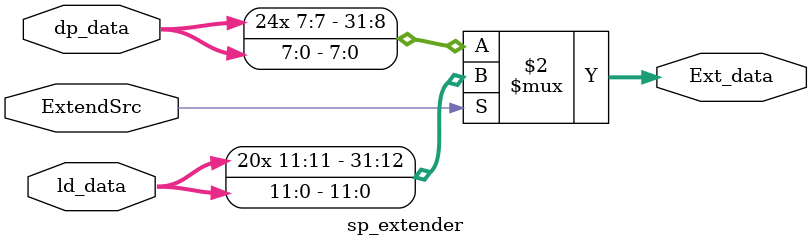
<source format=v>
module sp_extender( input [7:0]dp_data,
                    input [11:0]ld_data,
                    input ExtendSrc,
                    output [31:0]Ext_data);
    
    
        assign Ext_data = ~ExtendSrc ? {{24{dp_data[7]}},dp_data}:{{20{ld_data[11]}},ld_data};
endmodule
</source>
